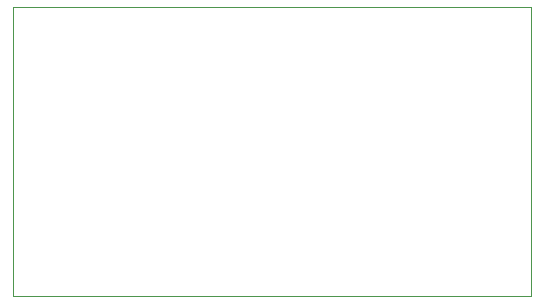
<source format=gbr>
%TF.GenerationSoftware,KiCad,Pcbnew,5.99.0-unknown-20c1492~102~ubuntu18.04.1*%
%TF.CreationDate,2020-07-21T10:29:21+02:00*%
%TF.ProjectId,detect_current,64657465-6374-45f6-9375-7272656e742e,rev?*%
%TF.SameCoordinates,Original*%
%TF.FileFunction,Profile,NP*%
%FSLAX46Y46*%
G04 Gerber Fmt 4.6, Leading zero omitted, Abs format (unit mm)*
G04 Created by KiCad (PCBNEW 5.99.0-unknown-20c1492~102~ubuntu18.04.1) date 2020-07-21 10:29:21*
%MOMM*%
%LPD*%
G01*
G04 APERTURE LIST*
%TA.AperFunction,Profile*%
%ADD10C,0.050000*%
%TD*%
G04 APERTURE END LIST*
D10*
X153733500Y-103124000D02*
X153733500Y-78613000D01*
X109918500Y-103124000D02*
X153733500Y-103124000D01*
X109918500Y-78613000D02*
X109918500Y-103124000D01*
X153733500Y-78613000D02*
X109918500Y-78613000D01*
M02*

</source>
